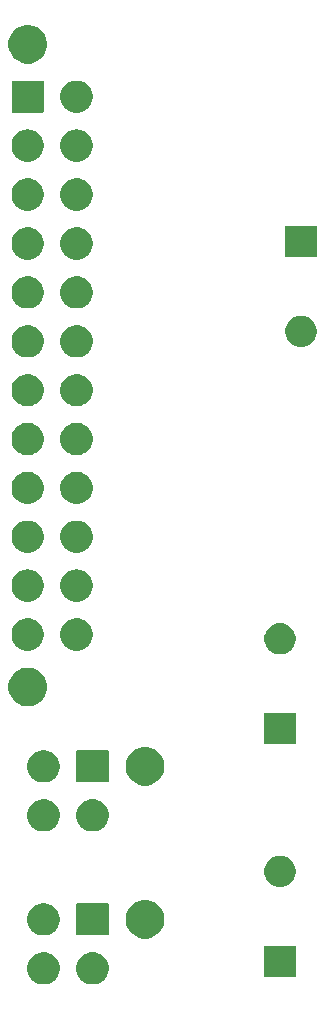
<source format=gbr>
G04 #@! TF.GenerationSoftware,KiCad,Pcbnew,(5.1.4)-1*
G04 #@! TF.CreationDate,2020-06-07T22:10:05-04:00*
G04 #@! TF.ProjectId,atx2,61747832-2e6b-4696-9361-645f70636258,rev?*
G04 #@! TF.SameCoordinates,Original*
G04 #@! TF.FileFunction,Soldermask,Bot*
G04 #@! TF.FilePolarity,Negative*
%FSLAX46Y46*%
G04 Gerber Fmt 4.6, Leading zero omitted, Abs format (unit mm)*
G04 Created by KiCad (PCBNEW (5.1.4)-1) date 2020-06-07 22:10:05*
%MOMM*%
%LPD*%
G04 APERTURE LIST*
%ADD10C,0.100000*%
G04 APERTURE END LIST*
D10*
G36*
X73832724Y-149969497D02*
G01*
X74059906Y-150014686D01*
X74309412Y-150118035D01*
X74533962Y-150268075D01*
X74724925Y-150459038D01*
X74874965Y-150683588D01*
X74978314Y-150933094D01*
X75031000Y-151197968D01*
X75031000Y-151468032D01*
X74978314Y-151732906D01*
X74874965Y-151982412D01*
X74724925Y-152206962D01*
X74533962Y-152397925D01*
X74309412Y-152547965D01*
X74059906Y-152651314D01*
X73832724Y-152696503D01*
X73795033Y-152704000D01*
X73524967Y-152704000D01*
X73487276Y-152696503D01*
X73260094Y-152651314D01*
X73010588Y-152547965D01*
X72786038Y-152397925D01*
X72595075Y-152206962D01*
X72445035Y-151982412D01*
X72341686Y-151732906D01*
X72289000Y-151468032D01*
X72289000Y-151197968D01*
X72341686Y-150933094D01*
X72445035Y-150683588D01*
X72595075Y-150459038D01*
X72786038Y-150268075D01*
X73010588Y-150118035D01*
X73260094Y-150014686D01*
X73487276Y-149969497D01*
X73524967Y-149962000D01*
X73795033Y-149962000D01*
X73832724Y-149969497D01*
X73832724Y-149969497D01*
G37*
G36*
X69692724Y-149969497D02*
G01*
X69919906Y-150014686D01*
X70169412Y-150118035D01*
X70393962Y-150268075D01*
X70584925Y-150459038D01*
X70734965Y-150683588D01*
X70838314Y-150933094D01*
X70891000Y-151197968D01*
X70891000Y-151468032D01*
X70838314Y-151732906D01*
X70734965Y-151982412D01*
X70584925Y-152206962D01*
X70393962Y-152397925D01*
X70169412Y-152547965D01*
X69919906Y-152651314D01*
X69692724Y-152696503D01*
X69655033Y-152704000D01*
X69384967Y-152704000D01*
X69347276Y-152696503D01*
X69120094Y-152651314D01*
X68870588Y-152547965D01*
X68646038Y-152397925D01*
X68455075Y-152206962D01*
X68305035Y-151982412D01*
X68201686Y-151732906D01*
X68149000Y-151468032D01*
X68149000Y-151197968D01*
X68201686Y-150933094D01*
X68305035Y-150683588D01*
X68455075Y-150459038D01*
X68646038Y-150268075D01*
X68870588Y-150118035D01*
X69120094Y-150014686D01*
X69347276Y-149969497D01*
X69384967Y-149962000D01*
X69655033Y-149962000D01*
X69692724Y-149969497D01*
X69692724Y-149969497D01*
G37*
G36*
X90856000Y-152070000D02*
G01*
X88214000Y-152070000D01*
X88214000Y-149428000D01*
X90856000Y-149428000D01*
X90856000Y-152070000D01*
X90856000Y-152070000D01*
G37*
G36*
X78578661Y-145615062D02*
G01*
X78877303Y-145738764D01*
X78877305Y-145738765D01*
X79031455Y-145841765D01*
X79146076Y-145918352D01*
X79374648Y-146146924D01*
X79554236Y-146415697D01*
X79677938Y-146714339D01*
X79741000Y-147031374D01*
X79741000Y-147354626D01*
X79677938Y-147671661D01*
X79607211Y-147842410D01*
X79554235Y-147970305D01*
X79374648Y-148239076D01*
X79146076Y-148467648D01*
X78877305Y-148647235D01*
X78877304Y-148647236D01*
X78877303Y-148647236D01*
X78578661Y-148770938D01*
X78261626Y-148834000D01*
X77938374Y-148834000D01*
X77621339Y-148770938D01*
X77322697Y-148647236D01*
X77322696Y-148647236D01*
X77322695Y-148647235D01*
X77053924Y-148467648D01*
X76825352Y-148239076D01*
X76645765Y-147970305D01*
X76592789Y-147842410D01*
X76522062Y-147671661D01*
X76459000Y-147354626D01*
X76459000Y-147031374D01*
X76522062Y-146714339D01*
X76645764Y-146415697D01*
X76825352Y-146146924D01*
X77053924Y-145918352D01*
X77168545Y-145841765D01*
X77322695Y-145738765D01*
X77322697Y-145738764D01*
X77621339Y-145615062D01*
X77938374Y-145552000D01*
X78261626Y-145552000D01*
X78578661Y-145615062D01*
X78578661Y-145615062D01*
G37*
G36*
X74903436Y-145825635D02*
G01*
X74933027Y-145834611D01*
X74960296Y-145849187D01*
X74984198Y-145868802D01*
X75003813Y-145892704D01*
X75018389Y-145919973D01*
X75027365Y-145949564D01*
X75031000Y-145986474D01*
X75031000Y-148399526D01*
X75027365Y-148436436D01*
X75018389Y-148466027D01*
X75003813Y-148493296D01*
X74984198Y-148517198D01*
X74960296Y-148536813D01*
X74933027Y-148551389D01*
X74903436Y-148560365D01*
X74866526Y-148564000D01*
X72453474Y-148564000D01*
X72416564Y-148560365D01*
X72386973Y-148551389D01*
X72359704Y-148536813D01*
X72335802Y-148517198D01*
X72316187Y-148493296D01*
X72301611Y-148466027D01*
X72292635Y-148436436D01*
X72289000Y-148399526D01*
X72289000Y-145986474D01*
X72292635Y-145949564D01*
X72301611Y-145919973D01*
X72316187Y-145892704D01*
X72335802Y-145868802D01*
X72359704Y-145849187D01*
X72386973Y-145834611D01*
X72416564Y-145825635D01*
X72453474Y-145822000D01*
X74866526Y-145822000D01*
X74903436Y-145825635D01*
X74903436Y-145825635D01*
G37*
G36*
X69673307Y-145825635D02*
G01*
X69919906Y-145874686D01*
X70169412Y-145978035D01*
X70393962Y-146128075D01*
X70584925Y-146319038D01*
X70734965Y-146543588D01*
X70838314Y-146793094D01*
X70891000Y-147057968D01*
X70891000Y-147328032D01*
X70838314Y-147592906D01*
X70734965Y-147842412D01*
X70584925Y-148066962D01*
X70393962Y-148257925D01*
X70169412Y-148407965D01*
X69919906Y-148511314D01*
X69692724Y-148556503D01*
X69655033Y-148564000D01*
X69384967Y-148564000D01*
X69347276Y-148556503D01*
X69120094Y-148511314D01*
X68870588Y-148407965D01*
X68646038Y-148257925D01*
X68455075Y-148066962D01*
X68305035Y-147842412D01*
X68201686Y-147592906D01*
X68149000Y-147328032D01*
X68149000Y-147057968D01*
X68201686Y-146793094D01*
X68305035Y-146543588D01*
X68455075Y-146319038D01*
X68646038Y-146128075D01*
X68870588Y-145978035D01*
X69120094Y-145874686D01*
X69366693Y-145825635D01*
X69384967Y-145822000D01*
X69655033Y-145822000D01*
X69673307Y-145825635D01*
X69673307Y-145825635D01*
G37*
G36*
X89792715Y-141833383D02*
G01*
X89920322Y-141858765D01*
X90061148Y-141917097D01*
X90160727Y-141958344D01*
X90160728Y-141958345D01*
X90377089Y-142102912D01*
X90561088Y-142286911D01*
X90657685Y-142431479D01*
X90705656Y-142503273D01*
X90746903Y-142602852D01*
X90805235Y-142743678D01*
X90856000Y-142998893D01*
X90856000Y-143259107D01*
X90805235Y-143514322D01*
X90746903Y-143655148D01*
X90705656Y-143754727D01*
X90705655Y-143754728D01*
X90561088Y-143971089D01*
X90377089Y-144155088D01*
X90232521Y-144251685D01*
X90160727Y-144299656D01*
X90061148Y-144340903D01*
X89920322Y-144399235D01*
X89792715Y-144424617D01*
X89665109Y-144450000D01*
X89404891Y-144450000D01*
X89277285Y-144424617D01*
X89149678Y-144399235D01*
X89008852Y-144340903D01*
X88909273Y-144299656D01*
X88837479Y-144251685D01*
X88692911Y-144155088D01*
X88508912Y-143971089D01*
X88364345Y-143754728D01*
X88364344Y-143754727D01*
X88323097Y-143655148D01*
X88264765Y-143514322D01*
X88214000Y-143259107D01*
X88214000Y-142998893D01*
X88264765Y-142743678D01*
X88323097Y-142602852D01*
X88364344Y-142503273D01*
X88412315Y-142431479D01*
X88508912Y-142286911D01*
X88692911Y-142102912D01*
X88909272Y-141958345D01*
X88909273Y-141958344D01*
X89008852Y-141917097D01*
X89149678Y-141858765D01*
X89277285Y-141833383D01*
X89404891Y-141808000D01*
X89665109Y-141808000D01*
X89792715Y-141833383D01*
X89792715Y-141833383D01*
G37*
G36*
X73832724Y-137015497D02*
G01*
X74059906Y-137060686D01*
X74309412Y-137164035D01*
X74533962Y-137314075D01*
X74724925Y-137505038D01*
X74874965Y-137729588D01*
X74978314Y-137979094D01*
X75031000Y-138243968D01*
X75031000Y-138514032D01*
X74978314Y-138778906D01*
X74874965Y-139028412D01*
X74724925Y-139252962D01*
X74533962Y-139443925D01*
X74309412Y-139593965D01*
X74059906Y-139697314D01*
X73832724Y-139742503D01*
X73795033Y-139750000D01*
X73524967Y-139750000D01*
X73487276Y-139742503D01*
X73260094Y-139697314D01*
X73010588Y-139593965D01*
X72786038Y-139443925D01*
X72595075Y-139252962D01*
X72445035Y-139028412D01*
X72341686Y-138778906D01*
X72289000Y-138514032D01*
X72289000Y-138243968D01*
X72341686Y-137979094D01*
X72445035Y-137729588D01*
X72595075Y-137505038D01*
X72786038Y-137314075D01*
X73010588Y-137164035D01*
X73260094Y-137060686D01*
X73487276Y-137015497D01*
X73524967Y-137008000D01*
X73795033Y-137008000D01*
X73832724Y-137015497D01*
X73832724Y-137015497D01*
G37*
G36*
X69692724Y-137015497D02*
G01*
X69919906Y-137060686D01*
X70169412Y-137164035D01*
X70393962Y-137314075D01*
X70584925Y-137505038D01*
X70734965Y-137729588D01*
X70838314Y-137979094D01*
X70891000Y-138243968D01*
X70891000Y-138514032D01*
X70838314Y-138778906D01*
X70734965Y-139028412D01*
X70584925Y-139252962D01*
X70393962Y-139443925D01*
X70169412Y-139593965D01*
X69919906Y-139697314D01*
X69692724Y-139742503D01*
X69655033Y-139750000D01*
X69384967Y-139750000D01*
X69347276Y-139742503D01*
X69120094Y-139697314D01*
X68870588Y-139593965D01*
X68646038Y-139443925D01*
X68455075Y-139252962D01*
X68305035Y-139028412D01*
X68201686Y-138778906D01*
X68149000Y-138514032D01*
X68149000Y-138243968D01*
X68201686Y-137979094D01*
X68305035Y-137729588D01*
X68455075Y-137505038D01*
X68646038Y-137314075D01*
X68870588Y-137164035D01*
X69120094Y-137060686D01*
X69347276Y-137015497D01*
X69384967Y-137008000D01*
X69655033Y-137008000D01*
X69692724Y-137015497D01*
X69692724Y-137015497D01*
G37*
G36*
X78578661Y-132661062D02*
G01*
X78877303Y-132784764D01*
X78877305Y-132784765D01*
X79031455Y-132887765D01*
X79146076Y-132964352D01*
X79374648Y-133192924D01*
X79554236Y-133461697D01*
X79677938Y-133760339D01*
X79741000Y-134077374D01*
X79741000Y-134400626D01*
X79677938Y-134717661D01*
X79607211Y-134888410D01*
X79554235Y-135016305D01*
X79374648Y-135285076D01*
X79146076Y-135513648D01*
X78877305Y-135693235D01*
X78877304Y-135693236D01*
X78877303Y-135693236D01*
X78578661Y-135816938D01*
X78261626Y-135880000D01*
X77938374Y-135880000D01*
X77621339Y-135816938D01*
X77322697Y-135693236D01*
X77322696Y-135693236D01*
X77322695Y-135693235D01*
X77053924Y-135513648D01*
X76825352Y-135285076D01*
X76645765Y-135016305D01*
X76592789Y-134888410D01*
X76522062Y-134717661D01*
X76459000Y-134400626D01*
X76459000Y-134077374D01*
X76522062Y-133760339D01*
X76645764Y-133461697D01*
X76825352Y-133192924D01*
X77053924Y-132964352D01*
X77168545Y-132887765D01*
X77322695Y-132784765D01*
X77322697Y-132784764D01*
X77621339Y-132661062D01*
X77938374Y-132598000D01*
X78261626Y-132598000D01*
X78578661Y-132661062D01*
X78578661Y-132661062D01*
G37*
G36*
X74903436Y-132871635D02*
G01*
X74933027Y-132880611D01*
X74960296Y-132895187D01*
X74984198Y-132914802D01*
X75003813Y-132938704D01*
X75018389Y-132965973D01*
X75027365Y-132995564D01*
X75031000Y-133032474D01*
X75031000Y-135445526D01*
X75027365Y-135482436D01*
X75018389Y-135512027D01*
X75003813Y-135539296D01*
X74984198Y-135563198D01*
X74960296Y-135582813D01*
X74933027Y-135597389D01*
X74903436Y-135606365D01*
X74866526Y-135610000D01*
X72453474Y-135610000D01*
X72416564Y-135606365D01*
X72386973Y-135597389D01*
X72359704Y-135582813D01*
X72335802Y-135563198D01*
X72316187Y-135539296D01*
X72301611Y-135512027D01*
X72292635Y-135482436D01*
X72289000Y-135445526D01*
X72289000Y-133032474D01*
X72292635Y-132995564D01*
X72301611Y-132965973D01*
X72316187Y-132938704D01*
X72335802Y-132914802D01*
X72359704Y-132895187D01*
X72386973Y-132880611D01*
X72416564Y-132871635D01*
X72453474Y-132868000D01*
X74866526Y-132868000D01*
X74903436Y-132871635D01*
X74903436Y-132871635D01*
G37*
G36*
X69673307Y-132871635D02*
G01*
X69919906Y-132920686D01*
X70169412Y-133024035D01*
X70393962Y-133174075D01*
X70584925Y-133365038D01*
X70734965Y-133589588D01*
X70838314Y-133839094D01*
X70891000Y-134103968D01*
X70891000Y-134374032D01*
X70838314Y-134638906D01*
X70734965Y-134888412D01*
X70584925Y-135112962D01*
X70393962Y-135303925D01*
X70169412Y-135453965D01*
X69919906Y-135557314D01*
X69692724Y-135602503D01*
X69655033Y-135610000D01*
X69384967Y-135610000D01*
X69347276Y-135602503D01*
X69120094Y-135557314D01*
X68870588Y-135453965D01*
X68646038Y-135303925D01*
X68455075Y-135112962D01*
X68305035Y-134888412D01*
X68201686Y-134638906D01*
X68149000Y-134374032D01*
X68149000Y-134103968D01*
X68201686Y-133839094D01*
X68305035Y-133589588D01*
X68455075Y-133365038D01*
X68646038Y-133174075D01*
X68870588Y-133024035D01*
X69120094Y-132920686D01*
X69366693Y-132871635D01*
X69384967Y-132868000D01*
X69655033Y-132868000D01*
X69673307Y-132871635D01*
X69673307Y-132871635D01*
G37*
G36*
X90856000Y-132385000D02*
G01*
X88214000Y-132385000D01*
X88214000Y-129743000D01*
X90856000Y-129743000D01*
X90856000Y-132385000D01*
X90856000Y-132385000D01*
G37*
G36*
X68653662Y-125950063D02*
G01*
X68952304Y-126073765D01*
X68952306Y-126073766D01*
X69221077Y-126253353D01*
X69449649Y-126481925D01*
X69629237Y-126750698D01*
X69752939Y-127049340D01*
X69816001Y-127366375D01*
X69816001Y-127689627D01*
X69752939Y-128006662D01*
X69629237Y-128305304D01*
X69629236Y-128305306D01*
X69449649Y-128574077D01*
X69221077Y-128802649D01*
X68952306Y-128982236D01*
X68952305Y-128982237D01*
X68952304Y-128982237D01*
X68653662Y-129105939D01*
X68336627Y-129169001D01*
X68013375Y-129169001D01*
X67696340Y-129105939D01*
X67397698Y-128982237D01*
X67397697Y-128982237D01*
X67397696Y-128982236D01*
X67128925Y-128802649D01*
X66900353Y-128574077D01*
X66720766Y-128305306D01*
X66720765Y-128305304D01*
X66597063Y-128006662D01*
X66534001Y-127689627D01*
X66534001Y-127366375D01*
X66597063Y-127049340D01*
X66720765Y-126750698D01*
X66900353Y-126481925D01*
X67128925Y-126253353D01*
X67397696Y-126073766D01*
X67397698Y-126073765D01*
X67696340Y-125950063D01*
X68013375Y-125887001D01*
X68336627Y-125887001D01*
X68653662Y-125950063D01*
X68653662Y-125950063D01*
G37*
G36*
X89792714Y-122148382D02*
G01*
X89920322Y-122173765D01*
X90061148Y-122232097D01*
X90160727Y-122273344D01*
X90160728Y-122273345D01*
X90377089Y-122417912D01*
X90561088Y-122601911D01*
X90657685Y-122746479D01*
X90705656Y-122818273D01*
X90746903Y-122917852D01*
X90805235Y-123058678D01*
X90856000Y-123313893D01*
X90856000Y-123574107D01*
X90805235Y-123829322D01*
X90750294Y-123961960D01*
X90705656Y-124069727D01*
X90705655Y-124069728D01*
X90561088Y-124286089D01*
X90377089Y-124470088D01*
X90232521Y-124566685D01*
X90160727Y-124614656D01*
X90061148Y-124655903D01*
X89920322Y-124714235D01*
X89792714Y-124739618D01*
X89665109Y-124765000D01*
X89404891Y-124765000D01*
X89277286Y-124739618D01*
X89149678Y-124714235D01*
X89008852Y-124655903D01*
X88909273Y-124614656D01*
X88837479Y-124566685D01*
X88692911Y-124470088D01*
X88508912Y-124286089D01*
X88364345Y-124069728D01*
X88364344Y-124069727D01*
X88319706Y-123961960D01*
X88264765Y-123829322D01*
X88214000Y-123574107D01*
X88214000Y-123313893D01*
X88264765Y-123058678D01*
X88323097Y-122917852D01*
X88364344Y-122818273D01*
X88412315Y-122746479D01*
X88508912Y-122601911D01*
X88692911Y-122417912D01*
X88909272Y-122273345D01*
X88909273Y-122273344D01*
X89008852Y-122232097D01*
X89149678Y-122173765D01*
X89277286Y-122148382D01*
X89404891Y-122123000D01*
X89665109Y-122123000D01*
X89792714Y-122148382D01*
X89792714Y-122148382D01*
G37*
G36*
X72487725Y-121724498D02*
G01*
X72714907Y-121769687D01*
X72964413Y-121873036D01*
X73188963Y-122023076D01*
X73379926Y-122214039D01*
X73529966Y-122438589D01*
X73633315Y-122688095D01*
X73686001Y-122952969D01*
X73686001Y-123223033D01*
X73633315Y-123487907D01*
X73529966Y-123737413D01*
X73379926Y-123961963D01*
X73188963Y-124152926D01*
X72964413Y-124302966D01*
X72714907Y-124406315D01*
X72487725Y-124451504D01*
X72450034Y-124459001D01*
X72179968Y-124459001D01*
X72142277Y-124451504D01*
X71915095Y-124406315D01*
X71665589Y-124302966D01*
X71441039Y-124152926D01*
X71250076Y-123961963D01*
X71100036Y-123737413D01*
X70996687Y-123487907D01*
X70944001Y-123223033D01*
X70944001Y-122952969D01*
X70996687Y-122688095D01*
X71100036Y-122438589D01*
X71250076Y-122214039D01*
X71441039Y-122023076D01*
X71665589Y-121873036D01*
X71915095Y-121769687D01*
X72142277Y-121724498D01*
X72179968Y-121717001D01*
X72450034Y-121717001D01*
X72487725Y-121724498D01*
X72487725Y-121724498D01*
G37*
G36*
X68347725Y-121724498D02*
G01*
X68574907Y-121769687D01*
X68824413Y-121873036D01*
X69048963Y-122023076D01*
X69239926Y-122214039D01*
X69389966Y-122438589D01*
X69493315Y-122688095D01*
X69546001Y-122952969D01*
X69546001Y-123223033D01*
X69493315Y-123487907D01*
X69389966Y-123737413D01*
X69239926Y-123961963D01*
X69048963Y-124152926D01*
X68824413Y-124302966D01*
X68574907Y-124406315D01*
X68347725Y-124451504D01*
X68310034Y-124459001D01*
X68039968Y-124459001D01*
X68002277Y-124451504D01*
X67775095Y-124406315D01*
X67525589Y-124302966D01*
X67301039Y-124152926D01*
X67110076Y-123961963D01*
X66960036Y-123737413D01*
X66856687Y-123487907D01*
X66804001Y-123223033D01*
X66804001Y-122952969D01*
X66856687Y-122688095D01*
X66960036Y-122438589D01*
X67110076Y-122214039D01*
X67301039Y-122023076D01*
X67525589Y-121873036D01*
X67775095Y-121769687D01*
X68002277Y-121724498D01*
X68039968Y-121717001D01*
X68310034Y-121717001D01*
X68347725Y-121724498D01*
X68347725Y-121724498D01*
G37*
G36*
X68347725Y-117584498D02*
G01*
X68574907Y-117629687D01*
X68824413Y-117733036D01*
X69048963Y-117883076D01*
X69239926Y-118074039D01*
X69389966Y-118298589D01*
X69493315Y-118548095D01*
X69546001Y-118812969D01*
X69546001Y-119083033D01*
X69493315Y-119347907D01*
X69389966Y-119597413D01*
X69239926Y-119821963D01*
X69048963Y-120012926D01*
X68824413Y-120162966D01*
X68574907Y-120266315D01*
X68347725Y-120311504D01*
X68310034Y-120319001D01*
X68039968Y-120319001D01*
X68002277Y-120311504D01*
X67775095Y-120266315D01*
X67525589Y-120162966D01*
X67301039Y-120012926D01*
X67110076Y-119821963D01*
X66960036Y-119597413D01*
X66856687Y-119347907D01*
X66804001Y-119083033D01*
X66804001Y-118812969D01*
X66856687Y-118548095D01*
X66960036Y-118298589D01*
X67110076Y-118074039D01*
X67301039Y-117883076D01*
X67525589Y-117733036D01*
X67775095Y-117629687D01*
X68002277Y-117584498D01*
X68039968Y-117577001D01*
X68310034Y-117577001D01*
X68347725Y-117584498D01*
X68347725Y-117584498D01*
G37*
G36*
X72487725Y-117584498D02*
G01*
X72714907Y-117629687D01*
X72964413Y-117733036D01*
X73188963Y-117883076D01*
X73379926Y-118074039D01*
X73529966Y-118298589D01*
X73633315Y-118548095D01*
X73686001Y-118812969D01*
X73686001Y-119083033D01*
X73633315Y-119347907D01*
X73529966Y-119597413D01*
X73379926Y-119821963D01*
X73188963Y-120012926D01*
X72964413Y-120162966D01*
X72714907Y-120266315D01*
X72487725Y-120311504D01*
X72450034Y-120319001D01*
X72179968Y-120319001D01*
X72142277Y-120311504D01*
X71915095Y-120266315D01*
X71665589Y-120162966D01*
X71441039Y-120012926D01*
X71250076Y-119821963D01*
X71100036Y-119597413D01*
X70996687Y-119347907D01*
X70944001Y-119083033D01*
X70944001Y-118812969D01*
X70996687Y-118548095D01*
X71100036Y-118298589D01*
X71250076Y-118074039D01*
X71441039Y-117883076D01*
X71665589Y-117733036D01*
X71915095Y-117629687D01*
X72142277Y-117584498D01*
X72179968Y-117577001D01*
X72450034Y-117577001D01*
X72487725Y-117584498D01*
X72487725Y-117584498D01*
G37*
G36*
X72487725Y-113444498D02*
G01*
X72714907Y-113489687D01*
X72964413Y-113593036D01*
X73188963Y-113743076D01*
X73379926Y-113934039D01*
X73529966Y-114158589D01*
X73633315Y-114408095D01*
X73686001Y-114672969D01*
X73686001Y-114943033D01*
X73633315Y-115207907D01*
X73529966Y-115457413D01*
X73379926Y-115681963D01*
X73188963Y-115872926D01*
X72964413Y-116022966D01*
X72714907Y-116126315D01*
X72487725Y-116171504D01*
X72450034Y-116179001D01*
X72179968Y-116179001D01*
X72142277Y-116171504D01*
X71915095Y-116126315D01*
X71665589Y-116022966D01*
X71441039Y-115872926D01*
X71250076Y-115681963D01*
X71100036Y-115457413D01*
X70996687Y-115207907D01*
X70944001Y-114943033D01*
X70944001Y-114672969D01*
X70996687Y-114408095D01*
X71100036Y-114158589D01*
X71250076Y-113934039D01*
X71441039Y-113743076D01*
X71665589Y-113593036D01*
X71915095Y-113489687D01*
X72142277Y-113444498D01*
X72179968Y-113437001D01*
X72450034Y-113437001D01*
X72487725Y-113444498D01*
X72487725Y-113444498D01*
G37*
G36*
X68347725Y-113444498D02*
G01*
X68574907Y-113489687D01*
X68824413Y-113593036D01*
X69048963Y-113743076D01*
X69239926Y-113934039D01*
X69389966Y-114158589D01*
X69493315Y-114408095D01*
X69546001Y-114672969D01*
X69546001Y-114943033D01*
X69493315Y-115207907D01*
X69389966Y-115457413D01*
X69239926Y-115681963D01*
X69048963Y-115872926D01*
X68824413Y-116022966D01*
X68574907Y-116126315D01*
X68347725Y-116171504D01*
X68310034Y-116179001D01*
X68039968Y-116179001D01*
X68002277Y-116171504D01*
X67775095Y-116126315D01*
X67525589Y-116022966D01*
X67301039Y-115872926D01*
X67110076Y-115681963D01*
X66960036Y-115457413D01*
X66856687Y-115207907D01*
X66804001Y-114943033D01*
X66804001Y-114672969D01*
X66856687Y-114408095D01*
X66960036Y-114158589D01*
X67110076Y-113934039D01*
X67301039Y-113743076D01*
X67525589Y-113593036D01*
X67775095Y-113489687D01*
X68002277Y-113444498D01*
X68039968Y-113437001D01*
X68310034Y-113437001D01*
X68347725Y-113444498D01*
X68347725Y-113444498D01*
G37*
G36*
X72487725Y-109304498D02*
G01*
X72714907Y-109349687D01*
X72964413Y-109453036D01*
X73188963Y-109603076D01*
X73379926Y-109794039D01*
X73529966Y-110018589D01*
X73633315Y-110268095D01*
X73686001Y-110532969D01*
X73686001Y-110803033D01*
X73633315Y-111067907D01*
X73529966Y-111317413D01*
X73379926Y-111541963D01*
X73188963Y-111732926D01*
X72964413Y-111882966D01*
X72714907Y-111986315D01*
X72487725Y-112031504D01*
X72450034Y-112039001D01*
X72179968Y-112039001D01*
X72142277Y-112031504D01*
X71915095Y-111986315D01*
X71665589Y-111882966D01*
X71441039Y-111732926D01*
X71250076Y-111541963D01*
X71100036Y-111317413D01*
X70996687Y-111067907D01*
X70944001Y-110803033D01*
X70944001Y-110532969D01*
X70996687Y-110268095D01*
X71100036Y-110018589D01*
X71250076Y-109794039D01*
X71441039Y-109603076D01*
X71665589Y-109453036D01*
X71915095Y-109349687D01*
X72142277Y-109304498D01*
X72179968Y-109297001D01*
X72450034Y-109297001D01*
X72487725Y-109304498D01*
X72487725Y-109304498D01*
G37*
G36*
X68347725Y-109304498D02*
G01*
X68574907Y-109349687D01*
X68824413Y-109453036D01*
X69048963Y-109603076D01*
X69239926Y-109794039D01*
X69389966Y-110018589D01*
X69493315Y-110268095D01*
X69546001Y-110532969D01*
X69546001Y-110803033D01*
X69493315Y-111067907D01*
X69389966Y-111317413D01*
X69239926Y-111541963D01*
X69048963Y-111732926D01*
X68824413Y-111882966D01*
X68574907Y-111986315D01*
X68347725Y-112031504D01*
X68310034Y-112039001D01*
X68039968Y-112039001D01*
X68002277Y-112031504D01*
X67775095Y-111986315D01*
X67525589Y-111882966D01*
X67301039Y-111732926D01*
X67110076Y-111541963D01*
X66960036Y-111317413D01*
X66856687Y-111067907D01*
X66804001Y-110803033D01*
X66804001Y-110532969D01*
X66856687Y-110268095D01*
X66960036Y-110018589D01*
X67110076Y-109794039D01*
X67301039Y-109603076D01*
X67525589Y-109453036D01*
X67775095Y-109349687D01*
X68002277Y-109304498D01*
X68039968Y-109297001D01*
X68310034Y-109297001D01*
X68347725Y-109304498D01*
X68347725Y-109304498D01*
G37*
G36*
X68347725Y-105164498D02*
G01*
X68574907Y-105209687D01*
X68824413Y-105313036D01*
X69048963Y-105463076D01*
X69239926Y-105654039D01*
X69389966Y-105878589D01*
X69493315Y-106128095D01*
X69546001Y-106392969D01*
X69546001Y-106663033D01*
X69493315Y-106927907D01*
X69389966Y-107177413D01*
X69239926Y-107401963D01*
X69048963Y-107592926D01*
X68824413Y-107742966D01*
X68574907Y-107846315D01*
X68347725Y-107891504D01*
X68310034Y-107899001D01*
X68039968Y-107899001D01*
X68002277Y-107891504D01*
X67775095Y-107846315D01*
X67525589Y-107742966D01*
X67301039Y-107592926D01*
X67110076Y-107401963D01*
X66960036Y-107177413D01*
X66856687Y-106927907D01*
X66804001Y-106663033D01*
X66804001Y-106392969D01*
X66856687Y-106128095D01*
X66960036Y-105878589D01*
X67110076Y-105654039D01*
X67301039Y-105463076D01*
X67525589Y-105313036D01*
X67775095Y-105209687D01*
X68002277Y-105164498D01*
X68039968Y-105157001D01*
X68310034Y-105157001D01*
X68347725Y-105164498D01*
X68347725Y-105164498D01*
G37*
G36*
X72487725Y-105164498D02*
G01*
X72714907Y-105209687D01*
X72964413Y-105313036D01*
X73188963Y-105463076D01*
X73379926Y-105654039D01*
X73529966Y-105878589D01*
X73633315Y-106128095D01*
X73686001Y-106392969D01*
X73686001Y-106663033D01*
X73633315Y-106927907D01*
X73529966Y-107177413D01*
X73379926Y-107401963D01*
X73188963Y-107592926D01*
X72964413Y-107742966D01*
X72714907Y-107846315D01*
X72487725Y-107891504D01*
X72450034Y-107899001D01*
X72179968Y-107899001D01*
X72142277Y-107891504D01*
X71915095Y-107846315D01*
X71665589Y-107742966D01*
X71441039Y-107592926D01*
X71250076Y-107401963D01*
X71100036Y-107177413D01*
X70996687Y-106927907D01*
X70944001Y-106663033D01*
X70944001Y-106392969D01*
X70996687Y-106128095D01*
X71100036Y-105878589D01*
X71250076Y-105654039D01*
X71441039Y-105463076D01*
X71665589Y-105313036D01*
X71915095Y-105209687D01*
X72142277Y-105164498D01*
X72179968Y-105157001D01*
X72450034Y-105157001D01*
X72487725Y-105164498D01*
X72487725Y-105164498D01*
G37*
G36*
X68347725Y-101024498D02*
G01*
X68574907Y-101069687D01*
X68824413Y-101173036D01*
X69048963Y-101323076D01*
X69239926Y-101514039D01*
X69389966Y-101738589D01*
X69493315Y-101988095D01*
X69546001Y-102252969D01*
X69546001Y-102523033D01*
X69493315Y-102787907D01*
X69389966Y-103037413D01*
X69239926Y-103261963D01*
X69048963Y-103452926D01*
X68824413Y-103602966D01*
X68574907Y-103706315D01*
X68347725Y-103751504D01*
X68310034Y-103759001D01*
X68039968Y-103759001D01*
X68002277Y-103751504D01*
X67775095Y-103706315D01*
X67525589Y-103602966D01*
X67301039Y-103452926D01*
X67110076Y-103261963D01*
X66960036Y-103037413D01*
X66856687Y-102787907D01*
X66804001Y-102523033D01*
X66804001Y-102252969D01*
X66856687Y-101988095D01*
X66960036Y-101738589D01*
X67110076Y-101514039D01*
X67301039Y-101323076D01*
X67525589Y-101173036D01*
X67775095Y-101069687D01*
X68002277Y-101024498D01*
X68039968Y-101017001D01*
X68310034Y-101017001D01*
X68347725Y-101024498D01*
X68347725Y-101024498D01*
G37*
G36*
X72487725Y-101024498D02*
G01*
X72714907Y-101069687D01*
X72964413Y-101173036D01*
X73188963Y-101323076D01*
X73379926Y-101514039D01*
X73529966Y-101738589D01*
X73633315Y-101988095D01*
X73686001Y-102252969D01*
X73686001Y-102523033D01*
X73633315Y-102787907D01*
X73529966Y-103037413D01*
X73379926Y-103261963D01*
X73188963Y-103452926D01*
X72964413Y-103602966D01*
X72714907Y-103706315D01*
X72487725Y-103751504D01*
X72450034Y-103759001D01*
X72179968Y-103759001D01*
X72142277Y-103751504D01*
X71915095Y-103706315D01*
X71665589Y-103602966D01*
X71441039Y-103452926D01*
X71250076Y-103261963D01*
X71100036Y-103037413D01*
X70996687Y-102787907D01*
X70944001Y-102523033D01*
X70944001Y-102252969D01*
X70996687Y-101988095D01*
X71100036Y-101738589D01*
X71250076Y-101514039D01*
X71441039Y-101323076D01*
X71665589Y-101173036D01*
X71915095Y-101069687D01*
X72142277Y-101024498D01*
X72179968Y-101017001D01*
X72450034Y-101017001D01*
X72487725Y-101024498D01*
X72487725Y-101024498D01*
G37*
G36*
X68347725Y-96884498D02*
G01*
X68574907Y-96929687D01*
X68824413Y-97033036D01*
X69048963Y-97183076D01*
X69239926Y-97374039D01*
X69389966Y-97598589D01*
X69493315Y-97848095D01*
X69546001Y-98112969D01*
X69546001Y-98383033D01*
X69493315Y-98647907D01*
X69389966Y-98897413D01*
X69239926Y-99121963D01*
X69048963Y-99312926D01*
X68824413Y-99462966D01*
X68574907Y-99566315D01*
X68347725Y-99611504D01*
X68310034Y-99619001D01*
X68039968Y-99619001D01*
X68002277Y-99611504D01*
X67775095Y-99566315D01*
X67525589Y-99462966D01*
X67301039Y-99312926D01*
X67110076Y-99121963D01*
X66960036Y-98897413D01*
X66856687Y-98647907D01*
X66804001Y-98383033D01*
X66804001Y-98112969D01*
X66856687Y-97848095D01*
X66960036Y-97598589D01*
X67110076Y-97374039D01*
X67301039Y-97183076D01*
X67525589Y-97033036D01*
X67775095Y-96929687D01*
X68002277Y-96884498D01*
X68039968Y-96877001D01*
X68310034Y-96877001D01*
X68347725Y-96884498D01*
X68347725Y-96884498D01*
G37*
G36*
X72487725Y-96884498D02*
G01*
X72714907Y-96929687D01*
X72964413Y-97033036D01*
X73188963Y-97183076D01*
X73379926Y-97374039D01*
X73529966Y-97598589D01*
X73633315Y-97848095D01*
X73686001Y-98112969D01*
X73686001Y-98383033D01*
X73633315Y-98647907D01*
X73529966Y-98897413D01*
X73379926Y-99121963D01*
X73188963Y-99312926D01*
X72964413Y-99462966D01*
X72714907Y-99566315D01*
X72487725Y-99611504D01*
X72450034Y-99619001D01*
X72179968Y-99619001D01*
X72142277Y-99611504D01*
X71915095Y-99566315D01*
X71665589Y-99462966D01*
X71441039Y-99312926D01*
X71250076Y-99121963D01*
X71100036Y-98897413D01*
X70996687Y-98647907D01*
X70944001Y-98383033D01*
X70944001Y-98112969D01*
X70996687Y-97848095D01*
X71100036Y-97598589D01*
X71250076Y-97374039D01*
X71441039Y-97183076D01*
X71665589Y-97033036D01*
X71915095Y-96929687D01*
X72142277Y-96884498D01*
X72179968Y-96877001D01*
X72450034Y-96877001D01*
X72487725Y-96884498D01*
X72487725Y-96884498D01*
G37*
G36*
X91570714Y-96113382D02*
G01*
X91698322Y-96138765D01*
X91839148Y-96197097D01*
X91938727Y-96238344D01*
X91938728Y-96238345D01*
X92155089Y-96382912D01*
X92339088Y-96566911D01*
X92435685Y-96711479D01*
X92483656Y-96783273D01*
X92522479Y-96877001D01*
X92583235Y-97023678D01*
X92583235Y-97023680D01*
X92634000Y-97278891D01*
X92634000Y-97539109D01*
X92622168Y-97598591D01*
X92583235Y-97794322D01*
X92524903Y-97935148D01*
X92483656Y-98034727D01*
X92483655Y-98034728D01*
X92339088Y-98251089D01*
X92155089Y-98435088D01*
X92010521Y-98531685D01*
X91938727Y-98579656D01*
X91839148Y-98620903D01*
X91698322Y-98679235D01*
X91570715Y-98704617D01*
X91443109Y-98730000D01*
X91182891Y-98730000D01*
X91055285Y-98704617D01*
X90927678Y-98679235D01*
X90786852Y-98620903D01*
X90687273Y-98579656D01*
X90615479Y-98531685D01*
X90470911Y-98435088D01*
X90286912Y-98251089D01*
X90142345Y-98034728D01*
X90142344Y-98034727D01*
X90101097Y-97935148D01*
X90042765Y-97794322D01*
X90003832Y-97598591D01*
X89992000Y-97539109D01*
X89992000Y-97278891D01*
X90042765Y-97023680D01*
X90042765Y-97023678D01*
X90103521Y-96877001D01*
X90142344Y-96783273D01*
X90190315Y-96711479D01*
X90286912Y-96566911D01*
X90470911Y-96382912D01*
X90687272Y-96238345D01*
X90687273Y-96238344D01*
X90786852Y-96197097D01*
X90927678Y-96138765D01*
X91055286Y-96113382D01*
X91182891Y-96088000D01*
X91443109Y-96088000D01*
X91570714Y-96113382D01*
X91570714Y-96113382D01*
G37*
G36*
X72487725Y-92744498D02*
G01*
X72714907Y-92789687D01*
X72964413Y-92893036D01*
X73188963Y-93043076D01*
X73379926Y-93234039D01*
X73529966Y-93458589D01*
X73633315Y-93708095D01*
X73686001Y-93972969D01*
X73686001Y-94243033D01*
X73633315Y-94507907D01*
X73529966Y-94757413D01*
X73379926Y-94981963D01*
X73188963Y-95172926D01*
X72964413Y-95322966D01*
X72714907Y-95426315D01*
X72487725Y-95471504D01*
X72450034Y-95479001D01*
X72179968Y-95479001D01*
X72142277Y-95471504D01*
X71915095Y-95426315D01*
X71665589Y-95322966D01*
X71441039Y-95172926D01*
X71250076Y-94981963D01*
X71100036Y-94757413D01*
X70996687Y-94507907D01*
X70944001Y-94243033D01*
X70944001Y-93972969D01*
X70996687Y-93708095D01*
X71100036Y-93458589D01*
X71250076Y-93234039D01*
X71441039Y-93043076D01*
X71665589Y-92893036D01*
X71915095Y-92789687D01*
X72142277Y-92744498D01*
X72179968Y-92737001D01*
X72450034Y-92737001D01*
X72487725Y-92744498D01*
X72487725Y-92744498D01*
G37*
G36*
X68347725Y-92744498D02*
G01*
X68574907Y-92789687D01*
X68824413Y-92893036D01*
X69048963Y-93043076D01*
X69239926Y-93234039D01*
X69389966Y-93458589D01*
X69493315Y-93708095D01*
X69546001Y-93972969D01*
X69546001Y-94243033D01*
X69493315Y-94507907D01*
X69389966Y-94757413D01*
X69239926Y-94981963D01*
X69048963Y-95172926D01*
X68824413Y-95322966D01*
X68574907Y-95426315D01*
X68347725Y-95471504D01*
X68310034Y-95479001D01*
X68039968Y-95479001D01*
X68002277Y-95471504D01*
X67775095Y-95426315D01*
X67525589Y-95322966D01*
X67301039Y-95172926D01*
X67110076Y-94981963D01*
X66960036Y-94757413D01*
X66856687Y-94507907D01*
X66804001Y-94243033D01*
X66804001Y-93972969D01*
X66856687Y-93708095D01*
X66960036Y-93458589D01*
X67110076Y-93234039D01*
X67301039Y-93043076D01*
X67525589Y-92893036D01*
X67775095Y-92789687D01*
X68002277Y-92744498D01*
X68039968Y-92737001D01*
X68310034Y-92737001D01*
X68347725Y-92744498D01*
X68347725Y-92744498D01*
G37*
G36*
X72487725Y-88604498D02*
G01*
X72714907Y-88649687D01*
X72964413Y-88753036D01*
X73188963Y-88903076D01*
X73379926Y-89094039D01*
X73529966Y-89318589D01*
X73633315Y-89568095D01*
X73686001Y-89832969D01*
X73686001Y-90103033D01*
X73633315Y-90367907D01*
X73529966Y-90617413D01*
X73379926Y-90841963D01*
X73188963Y-91032926D01*
X72964413Y-91182966D01*
X72714907Y-91286315D01*
X72487725Y-91331504D01*
X72450034Y-91339001D01*
X72179968Y-91339001D01*
X72142277Y-91331504D01*
X71915095Y-91286315D01*
X71665589Y-91182966D01*
X71441039Y-91032926D01*
X71250076Y-90841963D01*
X71100036Y-90617413D01*
X70996687Y-90367907D01*
X70944001Y-90103033D01*
X70944001Y-89832969D01*
X70996687Y-89568095D01*
X71100036Y-89318589D01*
X71250076Y-89094039D01*
X71441039Y-88903076D01*
X71665589Y-88753036D01*
X71915095Y-88649687D01*
X72142277Y-88604498D01*
X72179968Y-88597001D01*
X72450034Y-88597001D01*
X72487725Y-88604498D01*
X72487725Y-88604498D01*
G37*
G36*
X68347725Y-88604498D02*
G01*
X68574907Y-88649687D01*
X68824413Y-88753036D01*
X69048963Y-88903076D01*
X69239926Y-89094039D01*
X69389966Y-89318589D01*
X69493315Y-89568095D01*
X69546001Y-89832969D01*
X69546001Y-90103033D01*
X69493315Y-90367907D01*
X69389966Y-90617413D01*
X69239926Y-90841963D01*
X69048963Y-91032926D01*
X68824413Y-91182966D01*
X68574907Y-91286315D01*
X68347725Y-91331504D01*
X68310034Y-91339001D01*
X68039968Y-91339001D01*
X68002277Y-91331504D01*
X67775095Y-91286315D01*
X67525589Y-91182966D01*
X67301039Y-91032926D01*
X67110076Y-90841963D01*
X66960036Y-90617413D01*
X66856687Y-90367907D01*
X66804001Y-90103033D01*
X66804001Y-89832969D01*
X66856687Y-89568095D01*
X66960036Y-89318589D01*
X67110076Y-89094039D01*
X67301039Y-88903076D01*
X67525589Y-88753036D01*
X67775095Y-88649687D01*
X68002277Y-88604498D01*
X68039968Y-88597001D01*
X68310034Y-88597001D01*
X68347725Y-88604498D01*
X68347725Y-88604498D01*
G37*
G36*
X92634000Y-91110000D02*
G01*
X89992000Y-91110000D01*
X89992000Y-88468000D01*
X92634000Y-88468000D01*
X92634000Y-91110000D01*
X92634000Y-91110000D01*
G37*
G36*
X68347725Y-84464498D02*
G01*
X68574907Y-84509687D01*
X68824413Y-84613036D01*
X69048963Y-84763076D01*
X69239926Y-84954039D01*
X69389966Y-85178589D01*
X69493315Y-85428095D01*
X69546001Y-85692969D01*
X69546001Y-85963033D01*
X69493315Y-86227907D01*
X69389966Y-86477413D01*
X69239926Y-86701963D01*
X69048963Y-86892926D01*
X68824413Y-87042966D01*
X68574907Y-87146315D01*
X68347725Y-87191504D01*
X68310034Y-87199001D01*
X68039968Y-87199001D01*
X68002277Y-87191504D01*
X67775095Y-87146315D01*
X67525589Y-87042966D01*
X67301039Y-86892926D01*
X67110076Y-86701963D01*
X66960036Y-86477413D01*
X66856687Y-86227907D01*
X66804001Y-85963033D01*
X66804001Y-85692969D01*
X66856687Y-85428095D01*
X66960036Y-85178589D01*
X67110076Y-84954039D01*
X67301039Y-84763076D01*
X67525589Y-84613036D01*
X67775095Y-84509687D01*
X68002277Y-84464498D01*
X68039968Y-84457001D01*
X68310034Y-84457001D01*
X68347725Y-84464498D01*
X68347725Y-84464498D01*
G37*
G36*
X72487725Y-84464498D02*
G01*
X72714907Y-84509687D01*
X72964413Y-84613036D01*
X73188963Y-84763076D01*
X73379926Y-84954039D01*
X73529966Y-85178589D01*
X73633315Y-85428095D01*
X73686001Y-85692969D01*
X73686001Y-85963033D01*
X73633315Y-86227907D01*
X73529966Y-86477413D01*
X73379926Y-86701963D01*
X73188963Y-86892926D01*
X72964413Y-87042966D01*
X72714907Y-87146315D01*
X72487725Y-87191504D01*
X72450034Y-87199001D01*
X72179968Y-87199001D01*
X72142277Y-87191504D01*
X71915095Y-87146315D01*
X71665589Y-87042966D01*
X71441039Y-86892926D01*
X71250076Y-86701963D01*
X71100036Y-86477413D01*
X70996687Y-86227907D01*
X70944001Y-85963033D01*
X70944001Y-85692969D01*
X70996687Y-85428095D01*
X71100036Y-85178589D01*
X71250076Y-84954039D01*
X71441039Y-84763076D01*
X71665589Y-84613036D01*
X71915095Y-84509687D01*
X72142277Y-84464498D01*
X72179968Y-84457001D01*
X72450034Y-84457001D01*
X72487725Y-84464498D01*
X72487725Y-84464498D01*
G37*
G36*
X72487725Y-80324498D02*
G01*
X72714907Y-80369687D01*
X72964413Y-80473036D01*
X73188963Y-80623076D01*
X73379926Y-80814039D01*
X73529966Y-81038589D01*
X73633315Y-81288095D01*
X73686001Y-81552969D01*
X73686001Y-81823033D01*
X73633315Y-82087907D01*
X73529966Y-82337413D01*
X73379926Y-82561963D01*
X73188963Y-82752926D01*
X72964413Y-82902966D01*
X72714907Y-83006315D01*
X72487725Y-83051504D01*
X72450034Y-83059001D01*
X72179968Y-83059001D01*
X72142277Y-83051504D01*
X71915095Y-83006315D01*
X71665589Y-82902966D01*
X71441039Y-82752926D01*
X71250076Y-82561963D01*
X71100036Y-82337413D01*
X70996687Y-82087907D01*
X70944001Y-81823033D01*
X70944001Y-81552969D01*
X70996687Y-81288095D01*
X71100036Y-81038589D01*
X71250076Y-80814039D01*
X71441039Y-80623076D01*
X71665589Y-80473036D01*
X71915095Y-80369687D01*
X72142277Y-80324498D01*
X72179968Y-80317001D01*
X72450034Y-80317001D01*
X72487725Y-80324498D01*
X72487725Y-80324498D01*
G37*
G36*
X68347725Y-80324498D02*
G01*
X68574907Y-80369687D01*
X68824413Y-80473036D01*
X69048963Y-80623076D01*
X69239926Y-80814039D01*
X69389966Y-81038589D01*
X69493315Y-81288095D01*
X69546001Y-81552969D01*
X69546001Y-81823033D01*
X69493315Y-82087907D01*
X69389966Y-82337413D01*
X69239926Y-82561963D01*
X69048963Y-82752926D01*
X68824413Y-82902966D01*
X68574907Y-83006315D01*
X68347725Y-83051504D01*
X68310034Y-83059001D01*
X68039968Y-83059001D01*
X68002277Y-83051504D01*
X67775095Y-83006315D01*
X67525589Y-82902966D01*
X67301039Y-82752926D01*
X67110076Y-82561963D01*
X66960036Y-82337413D01*
X66856687Y-82087907D01*
X66804001Y-81823033D01*
X66804001Y-81552969D01*
X66856687Y-81288095D01*
X66960036Y-81038589D01*
X67110076Y-80814039D01*
X67301039Y-80623076D01*
X67525589Y-80473036D01*
X67775095Y-80369687D01*
X68002277Y-80324498D01*
X68039968Y-80317001D01*
X68310034Y-80317001D01*
X68347725Y-80324498D01*
X68347725Y-80324498D01*
G37*
G36*
X72468308Y-76180636D02*
G01*
X72714907Y-76229687D01*
X72964413Y-76333036D01*
X73188963Y-76483076D01*
X73379926Y-76674039D01*
X73529966Y-76898589D01*
X73633315Y-77148095D01*
X73686001Y-77412969D01*
X73686001Y-77683033D01*
X73633315Y-77947907D01*
X73529966Y-78197413D01*
X73379926Y-78421963D01*
X73188963Y-78612926D01*
X72964413Y-78762966D01*
X72714907Y-78866315D01*
X72487725Y-78911504D01*
X72450034Y-78919001D01*
X72179968Y-78919001D01*
X72142277Y-78911504D01*
X71915095Y-78866315D01*
X71665589Y-78762966D01*
X71441039Y-78612926D01*
X71250076Y-78421963D01*
X71100036Y-78197413D01*
X70996687Y-77947907D01*
X70944001Y-77683033D01*
X70944001Y-77412969D01*
X70996687Y-77148095D01*
X71100036Y-76898589D01*
X71250076Y-76674039D01*
X71441039Y-76483076D01*
X71665589Y-76333036D01*
X71915095Y-76229687D01*
X72161694Y-76180636D01*
X72179968Y-76177001D01*
X72450034Y-76177001D01*
X72468308Y-76180636D01*
X72468308Y-76180636D01*
G37*
G36*
X69418437Y-76180636D02*
G01*
X69448028Y-76189612D01*
X69475297Y-76204188D01*
X69499199Y-76223803D01*
X69518814Y-76247705D01*
X69533390Y-76274974D01*
X69542366Y-76304565D01*
X69546001Y-76341475D01*
X69546001Y-78754527D01*
X69542366Y-78791437D01*
X69533390Y-78821028D01*
X69518814Y-78848297D01*
X69499199Y-78872199D01*
X69475297Y-78891814D01*
X69448028Y-78906390D01*
X69418437Y-78915366D01*
X69381527Y-78919001D01*
X66968475Y-78919001D01*
X66931565Y-78915366D01*
X66901974Y-78906390D01*
X66874705Y-78891814D01*
X66850803Y-78872199D01*
X66831188Y-78848297D01*
X66816612Y-78821028D01*
X66807636Y-78791437D01*
X66804001Y-78754527D01*
X66804001Y-76341475D01*
X66807636Y-76304565D01*
X66816612Y-76274974D01*
X66831188Y-76247705D01*
X66850803Y-76223803D01*
X66874705Y-76204188D01*
X66901974Y-76189612D01*
X66931565Y-76180636D01*
X66968475Y-76177001D01*
X69381527Y-76177001D01*
X69418437Y-76180636D01*
X69418437Y-76180636D01*
G37*
G36*
X68653662Y-71530063D02*
G01*
X68952304Y-71653765D01*
X68952306Y-71653766D01*
X69221077Y-71833353D01*
X69449649Y-72061925D01*
X69629237Y-72330698D01*
X69752939Y-72629340D01*
X69816001Y-72946375D01*
X69816001Y-73269627D01*
X69752939Y-73586662D01*
X69629237Y-73885304D01*
X69629236Y-73885306D01*
X69449649Y-74154077D01*
X69221077Y-74382649D01*
X68952306Y-74562236D01*
X68952305Y-74562237D01*
X68952304Y-74562237D01*
X68653662Y-74685939D01*
X68336627Y-74749001D01*
X68013375Y-74749001D01*
X67696340Y-74685939D01*
X67397698Y-74562237D01*
X67397697Y-74562237D01*
X67397696Y-74562236D01*
X67128925Y-74382649D01*
X66900353Y-74154077D01*
X66720766Y-73885306D01*
X66720765Y-73885304D01*
X66597063Y-73586662D01*
X66534001Y-73269627D01*
X66534001Y-72946375D01*
X66597063Y-72629340D01*
X66720765Y-72330698D01*
X66900353Y-72061925D01*
X67128925Y-71833353D01*
X67397696Y-71653766D01*
X67397698Y-71653765D01*
X67696340Y-71530063D01*
X68013375Y-71467001D01*
X68336627Y-71467001D01*
X68653662Y-71530063D01*
X68653662Y-71530063D01*
G37*
M02*

</source>
